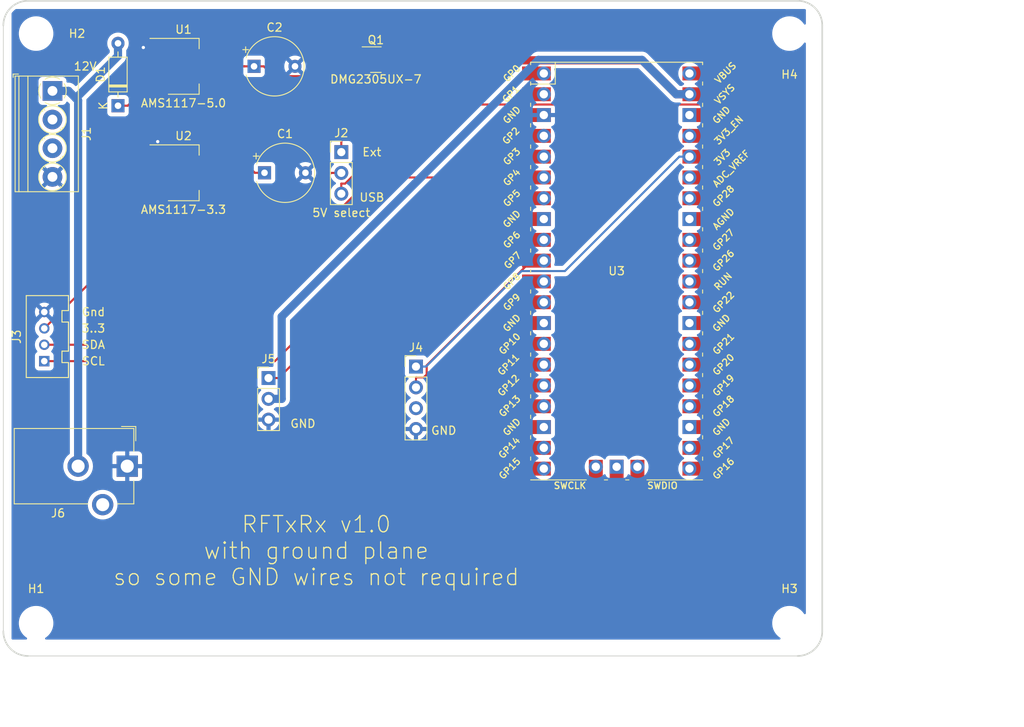
<source format=kicad_pcb>
(kicad_pcb (version 20211014) (generator pcbnew)
  (layers (0 "F.Cu" signal) (31 "B.Cu" signal) (34 "B.Paste" user) (35 "F.Paste" user) (36 "B.SilkS" user "B.Silkscreen") (37 "F.SilkS" user "F.Silkscreen") (38 "B.Mask" user) (39 "F.Mask" user) (44 "Edge.Cuts" user))
  (net 0 "")
  (net 1 "/5V")
  (net 4 "/12V")
  (net 5 "/5Vopt")
  (net 6 "/VBUS")
  (net 7 "/VSYS")
  (net 13 "/+12V")
  (net 14 "Net-(U3-Pad36)")
  (net 39 "Net-(J4-Pad2)")
  (net 45 "/3V3")
  (net 46 "/SDA")
  (net 47 "/SCL")
  (net 48 "Net-(J5-Pad1)")
  (net 49 "GND")
  (footprint "MountingHole:MountingHole_3.2mm_M3" (layer "F.Cu") (at 196 96)
    (fp_text reference "H3" (at 0 -4.2) (layer "F.SilkS"))
    (fp_text value "MountingHole" hide)
    (pad "" np_thru_hole circle (at 0 0) (size 3.2 3.2) (drill 3.2) (layers *.Cu *.Mask))
  )
  (footprint "Package_TO_SOT_SMD:SOT-23" (layer "F.Cu") (at 145.4886 27.1815)
    (fp_text reference "Q1" (at 0 -2.4) (layer "F.SilkS"))
    (fp_text value "DMG2305UX-7" (at 0 2.4) (layer "F.SilkS"))
    (fp_line (start 0 -1.56) (end 0.65 -1.56) (layer "F.SilkS") (width 0.12))
    (fp_line (start 0 -1.56) (end -1.675 -1.56) (layer "F.SilkS") (width 0.12))
    (fp_line (start 0 1.56) (end -0.65 1.56) (layer "F.SilkS") (width 0.12))
    (fp_line (start 0 1.56) (end 0.65 1.56) (layer "F.SilkS") (width 0.12))
    (pad "1" smd roundrect (at -0.9375 -0.95) (size 1.475 0.6) (layers "F.Cu" "F.Paste" "F.Mask") (net 6 "/VBUS"))
    (pad "2" smd roundrect (at -0.9375 0.95) (size 1.475 0.6) (layers "F.Cu" "F.Paste" "F.Mask") (net 7 "/VSYS"))
    (pad "3" smd roundrect (at 0.9375 0) (size 1.475 0.6) (layers "F.Cu" "F.Paste" "F.Mask") (net 1 "/5V"))
  )
  (footprint "Package_TO_SOT_SMD:SOT-223-3_TabPin2" (layer "F.Cu") (at 122 41)
    (fp_text reference "U2" (at 0 -4.5) (layer "F.SilkS"))
    (fp_text value "AMS1117-3.3" (at 0 4.5) (layer "F.SilkS"))
    (fp_line (start 1.91 3.41) (end 1.91 2.15) (layer "F.SilkS") (width 0.12))
    (fp_line (start -4.1 -3.41) (end 1.91 -3.41) (layer "F.SilkS") (width 0.12))
    (fp_line (start 1.91 -3.41) (end 1.91 -2.15) (layer "F.SilkS") (width 0.12))
    (fp_line (start -1.85 3.41) (end 1.91 3.41) (layer "F.SilkS") (width 0.12))
    (pad "1" smd rect (at -3.15 -2.3) (size 2 1.5) (layers "F.Cu" "F.Paste" "F.Mask") (net 49 "GND"))
    (pad "2" smd rect (at -3.15 0) (size 2 1.5) (layers "F.Cu" "F.Paste" "F.Mask") (net 45 "/3V3"))
    (pad "2" smd rect (at 3.15 0) (size 2 3.8) (layers "F.Cu" "F.Paste" "F.Mask") (net 45 "/3V3"))
    (pad "3" smd rect (at -3.15 2.3) (size 2 1.5) (layers "F.Cu" "F.Paste" "F.Mask") (net 5 "/5Vopt"))
  )
  (footprint "Connector_PinHeader_2.54mm:PinHeader_1x04_P2.54mm_Vertical" (layer "F.Cu") (at 150.3882 64.6652)
    (fp_text reference "J4" (at 0 -2.33) (layer "F.SilkS"))
    (fp_text value "Receiver")
    (fp_line (start -1.33 0) (end -1.33 -1.33) (layer "F.SilkS") (width 0.12))
    (fp_line (start 1.33 1.27) (end 1.33 8.95) (layer "F.SilkS") (width 0.12))
    (fp_line (start -1.33 1.27) (end -1.33 8.95) (layer "F.SilkS") (width 0.12))
    (fp_line (start -1.33 -1.33) (end 0 -1.33) (layer "F.SilkS") (width 0.12))
    (fp_line (start -1.33 8.95) (end 1.33 8.95) (layer "F.SilkS") (width 0.12))
    (fp_line (start -1.33 1.27) (end 1.33 1.27) (layer "F.SilkS") (width 0.12))
    (pad "1" thru_hole rect (at 0 0) (size 1.7 1.7) (drill 1) (layers *.Cu *.Mask) (net 14 "Net-(U3-Pad36)"))
    (pad "2" thru_hole oval (at 0 2.54) (size 1.7 1.7) (drill 1) (layers *.Cu *.Mask) (net 39 "Net-(J4-Pad2)"))
    (pad "3" thru_hole oval (at 0 5.08) (size 1.7 1.7) (drill 1) (layers *.Cu *.Mask))
    (pad "4" thru_hole oval (at 0 7.62) (size 1.7 1.7) (drill 1) (layers *.Cu *.Mask) (net 49 "GND"))
  )
  (footprint "Connector_PinHeader_2.54mm:PinHeader_1x03_P2.54mm_Vertical" (layer "F.Cu") (at 132.3851 66.0647)
    (fp_text reference "J5" (at 0 -2.33) (layer "F.SilkS"))
    (fp_text value "Transmitter")
    (fp_line (start 1.33 1.27) (end 1.33 6.41) (layer "F.SilkS") (width 0.12))
    (fp_line (start -1.33 0) (end -1.33 -1.33) (layer "F.SilkS") (width 0.12))
    (fp_line (start -1.33 1.27) (end -1.33 6.41) (layer "F.SilkS") (width 0.12))
    (fp_line (start -1.33 6.41) (end 1.33 6.41) (layer "F.SilkS") (width 0.12))
    (fp_line (start -1.33 1.27) (end 1.33 1.27) (layer "F.SilkS") (width 0.12))
    (fp_line (start -1.33 -1.33) (end 0 -1.33) (layer "F.SilkS") (width 0.12))
    (pad "1" thru_hole rect (at 0 0) (size 1.7 1.7) (drill 1) (layers *.Cu *.Mask) (net 48 "Net-(J5-Pad1)"))
    (pad "2" thru_hole oval (at 0 2.54) (size 1.7 1.7) (drill 1) (layers *.Cu *.Mask) (net 7 "/VSYS"))
    (pad "3" thru_hole oval (at 0 5.08) (size 1.7 1.7) (drill 1) (layers *.Cu *.Mask) (net 49 "GND"))
  )
  (footprint "Diode_THT:D_DO-35_SOD27_P7.62mm_Horizontal" (layer "F.Cu") (at 114 32.81 90)
    (fp_text reference "D1" (at 3.81 -2.12 90) (layer "F.SilkS"))
    (fp_text value "1N4148")
    (fp_text user "K" (at 0 -1.8 90) (layer "F.SilkS"))
    (fp_line (start 5.93 1.12) (end 5.93 -1.12) (layer "F.SilkS") (width 0.12))
    (fp_line (start 5.93 -1.12) (end 1.69 -1.12) (layer "F.SilkS") (width 0.12))
    (fp_line (start 1.69 -1.12) (end 1.69 1.12) (layer "F.SilkS") (width 0.12))
    (fp_line (start 2.29 -1.12) (end 2.29 1.12) (layer "F.SilkS") (width 0.12))
    (fp_line (start 2.53 -1.12) (end 2.53 1.12) (layer "F.SilkS") (width 0.12))
    (fp_line (start 1.69 1.12) (end 5.93 1.12) (layer "F.SilkS") (width 0.12))
    (fp_line (start 1.04 0) (end 1.69 0) (layer "F.SilkS") (width 0.12))
    (fp_line (start 2.41 -1.12) (end 2.41 1.12) (layer "F.SilkS") (width 0.12))
    (fp_line (start 6.58 0) (end 5.93 0) (layer "F.SilkS") (width 0.12))
    (pad "1" thru_hole rect (at 0 0 90) (size 1.6 1.6) (drill 0.8) (layers *.Cu *.Mask) (net 4 "/12V"))
    (pad "2" thru_hole oval (at 7.62 0 90) (size 1.6 1.6) (drill 0.8) (layers *.Cu *.Mask) (net 13 "/+12V"))
  )
  (footprint "OPL_Connector:HW4-2.0" (layer "F.Cu") (at 105 61 90)
    (fp_text reference "J3" (at -0.025 -3.375 90) (layer "F.SilkS"))
    (fp_text value "Grove 2mm")
    (fp_line (start -4.99872 -2.19964) (end -4.99872 2.95) (layer "F.SilkS") (width 0.127))
    (fp_line (start -4.99872 -2.19964) (end 4.99872 -2.19964) (layer "F.SilkS") (width 0.127))
    (fp_line (start -3.175 2.95) (end -3.175 2.159) (layer "F.SilkS") (width 0.127))
    (fp_line (start 1.775 2.95) (end 1.775 2.159) (layer "F.SilkS") (width 0.127))
    (fp_line (start 5 2.95) (end 5 -2.19964) (layer "F.SilkS") (width 0.127))
    (fp_line (start -5.00086 2.95) (end -3.2 2.95) (layer "F.SilkS") (width 0.127))
    (fp_line (start 1.778 2.159) (end 3.175 2.159) (layer "F.SilkS") (width 0.127))
    (fp_line (start -1.781 2.95) (end 1.775 2.95) (layer "F.SilkS") (width 0.127))
    (fp_line (start 3.175 2.159) (end 3.175 2.95) (layer "F.SilkS") (width 0.127))
    (fp_line (start -1.778 2.159) (end -1.778 2.95) (layer "F.SilkS") (width 0.127))
    (fp_line (start 3.175 2.95) (end 5 2.95) (layer "F.SilkS") (width 0.127))
    (fp_line (start -4.99872 -0.99822) (end -4.99872 0.99822) (layer "F.SilkS") (width 0.127))
    (fp_line (start -3.175 2.159) (end -1.778 2.159) (layer "F.SilkS") (width 0.127))
    (pad "1" thru_hole rect locked (at -2.99974 0 90) (size 1.27 1.27) (drill 0.79756) (layers *.Cu *.Mask) (net 47 "/SCL"))
    (pad "2" thru_hole circle locked (at -0.99822 0 90) (size 1.27 1.27) (drill 0.79756) (layers *.Cu *.Mask) (net 46 "/SDA"))
    (pad "3" thru_hole circle locked (at 0.99822 0 90) (size 1.27 1.27) (drill 0.79756) (layers *.Cu *.Mask) (net 45 "/3V3"))
    (pad "4" thru_hole circle locked (at 2.99974 0 90) (size 1.27 1.27) (drill 0.79756) (layers *.Cu *.Mask) (net 49 "GND"))
  )
  (footprint "Capacitor_THT:CP_Radial_Tantal_D7.0mm_P5.00mm" (layer "F.Cu") (at 131.8924 41)
    (fp_text reference "C1" (at 2.5 -4.75) (layer "F.SilkS"))
    (fp_text value "22uF")
    (fp_line (start -1.374723 -2.035) (end -0.674723 -2.035) (layer "F.SilkS") (width 0.12))
    (fp_line (start -1.024723 -2.385) (end -1.024723 -1.685) (layer "F.SilkS") (width 0.12))
    (fp_arc (start -0.961329 -1.06) (mid 6.12 0) (end -0.961329 1.06) (layer "F.SilkS") (width 0.12))
    (pad "1" thru_hole rect (at 0 0) (size 1.6 1.6) (drill 0.8) (layers *.Cu *.Mask) (net 45 "/3V3"))
    (pad "2" thru_hole circle (at 5 0) (size 1.6 1.6) (drill 0.8) (layers *.Cu *.Mask) (net 49 "GND"))
  )
  (footprint "MountingHole:MountingHole_3.2mm_M3" (layer "F.Cu") (at 104 96)
    (fp_text reference "H1" (at 0 -4.2) (layer "F.SilkS"))
    (fp_text value "MountingHole" hide)
    (pad "" np_thru_hole circle (at 0 0) (size 3.2 3.2) (drill 3.2) (layers *.Cu *.Mask))
  )
  (footprint "MountingHole:MountingHole_3.2mm_M3" (layer "F.Cu") (at 196 24)
    (fp_text reference "H4" (at 0 5) (layer "F.SilkS"))
    (fp_text value "MountingHole" hide)
    (pad "" np_thru_hole circle (at 0 0) (size 3.2 3.2) (drill 3.2) (layers *.Cu *.Mask))
  )
  (footprint "MCU_RaspberryPi_and_Boards:RP2040Pico" (layer "F.Cu") (at 174.89 53)
    (fp_text reference "U3" (at 0 0) (layer "F.SilkS"))
    (fp_text value "Pico")
    (fp_text user "GND" (at -12.8 19.05 45) (layer "F.SilkS") (effects (font (size 0.8 0.8))))
    (fp_text user "GND" (at 12.8 -19.05 45) (layer "F.SilkS") (effects (font (size 0.8 0.8))))
    (fp_text user "VSYS" (at 13.2 -21.59 45) (layer "F.SilkS") (effects (font (size 0.8 0.8))))
    (fp_text user "GND" (at 12.8 19.05 45) (layer "F.SilkS") (effects (font (size 0.8 0.8))))
    (fp_text user "GP18" (at 13.054 16.51 45) (layer "F.SilkS") (effects (font (size 0.8 0.8))))
    (fp_text user "GP19" (at 13.054 13.97 45) (layer "F.SilkS") (effects (font (size 0.8 0.8))))
    (fp_text user "GP5" (at -12.8 -8.89 45) (layer "F.SilkS") (effects (font (size 0.8 0.8))))
    (fp_text user "GP20" (at 13.054 11.43 45) (layer "F.SilkS") (effects (font (size 0.8 0.8))))
    (fp_text user "AGND" (at 13.054 -6.35 45) (layer "F.SilkS") (effects (font (size 0.8 0.8))))
    (fp_text user "GP1" (at -12.9 -21.6 45) (layer "F.SilkS") (effects (font (size 0.8 0.8))))
    (fp_text user "GP14" (at -13.1 21.59 45) (layer "F.SilkS") (effects (font (size 0.8 0.8))))
    (fp_text user "GP15" (at -13.054 24.13 45) (layer "F.SilkS") (effects (font (size 0.8 0.8))))
    (fp_text user "RUN" (at 13 1.27 45) (layer "F.SilkS") (effects (font (size 0.8 0.8))))
    (fp_text user "ADC_VREF" (at 14 -12.5 45) (layer "F.SilkS") (effects (font (size 0.8 0.8))))
    (fp_text user "GP28" (at 13.054 -9.144 45) (layer "F.SilkS") (effects (font (size 0.8 0.8))))
    (fp_text user "SWDIO" (at 5.6 26.2) (layer "F.SilkS") (effects (font (size 0.8 0.8))))
    (fp_text user "GP12" (at -13.2 13.97 45) (layer "F.SilkS") (effects (font (size 0.8 0.8))))
    (fp_text user "GP7" (at -12.7 -1.3 45) (layer "F.SilkS") (effects (font (size 0.8 0.8))))
    (fp_text user "GND" (at 12.8 6.35 45) (layer "F.SilkS") (effects (font (size 0.8 0.8))))
    (fp_text user "GND" (at -12.8 6.35 45) (layer "F.SilkS") (effects (font (size 0.8 0.8))))
    (fp_text user "GND" (at -12.8 -6.35 45) (layer "F.SilkS") (effects (font (size 0.8 0.8))))
    (fp_text user "GP26" (at 13.054 -1.27 45) (layer "F.SilkS") (effects (font (size 0.8 0.8))))
    (fp_text user "SWCLK" (at -5.7 26.2) (layer "F.SilkS") (effects (font (size 0.8 0.8))))
    (fp_text user "GP27" (at 13.054 -3.8 45) (layer "F.SilkS") (effects (font (size 0.8 0.8))))
    (fp_text user "GP4" (at -12.8 -11.43 45) (layer "F.SilkS") (effects (font (size 0.8 0.8))))
    (fp_text user "GP16" (at 13.054 24.13 45) (layer "F.SilkS") (effects (font (size 0.8 0.8))))
    (fp_text user "GP11" (at -13.2 11.43 45) (layer "F.SilkS") (effects (font (size 0.8 0.8))))
    (fp_text user "GND" (at -12.8 -19.05 45) (layer "F.SilkS") (effects (font (size 0.8 0.8))))
    (fp_text user "3V3_EN" (at 13.7 -17.2 45) (layer "F.SilkS") (effects (font (size 0.8 0.8))))
    (fp_text user "GP13" (at -13.054 16.51 45) (layer "F.SilkS") (effects (font (size 0.8 0.8))))
    (fp_text user "GP22" (at 13.054 3.81 45) (layer "F.SilkS") (effects (font (size 0.8 0.8))))
    (fp_text user "GP2" (at -12.9 -16.51 45) (layer "F.SilkS") (effects (font (size 0.8 0.8))))
    (fp_text user "GP6" (at -12.8 -3.81 45) (layer "F.SilkS") (effects (font (size 0.8 0.8))))
    (fp_text user "GP8" (at -12.8 1.27 45) (layer "F.SilkS") (effects (font (size 0.8 0.8))))
    (fp_text user "GP9" (at -12.8 3.81 45) (layer "F.SilkS") (effects (font (size 0.8 0.8))))
    (fp_text user "GP10" (at -13.054 8.89 45) (layer "F.SilkS") (effects (font (size 0.8 0.8))))
    (fp_text user "VBUS" (at 13.3 -24.2 45) (layer "F.SilkS") (effects (font (size 0.8 0.8))))
    (fp_text user "3V3" (at 12.9 -13.9 45) (layer "F.SilkS") (effects (font (size 0.8 0.8))))
    (fp_text user "GP21" (at 13.054 8.9 45) (layer "F.SilkS") (effects (font (size 0.8 0.8))))
    (fp_text user "GP0" (at -12.8 -24.13 45) (layer "F.SilkS") (effects (font (size 0.8 0.8))))
    (fp_text user "GP3" (at -12.8 -13.97 45) (layer "F.SilkS") (effects (font (size 0.8 0.8))))
    (fp_text user "GP17" (at 13.054 21.59 45) (layer "F.SilkS") (effects (font (size 0.8 0.8))))
    (fp_line (start -10.5 -25.5) (end -10.5 -25.2) (layer "F.SilkS") (width 0.12))
    (fp_line (start 1.1 25.5) (end 1.5 25.5) (layer "F.SilkS") (width 0.12))
    (fp_line (start -10.5 -12.9) (end -10.5 -12.5) (layer "F.SilkS") (width 0.12))
    (fp_line (start -10.5 -15.4) (end -10.5 -15) (layer "F.SilkS") (width 0.12))
    (fp_line (start -10.5 2.3) (end -10.5 2.7) (layer "F.SilkS") (width 0.12))
    (fp_line (start 10.5 -5.3) (end 10.5 -4.9) (layer "F.SilkS") (width 0.12))
    (fp_line (start 10.5 25.5) (end 3.7 25.5) (layer "F.SilkS") (width 0.12))
    (fp_line (start -10.5 -7.8) (end -10.5 -7.4) (layer "F.SilkS") (width 0.12))
    (fp_line (start 10.5 10) (end 10.5 10.4) (layer "F.SilkS") (width 0.12))
    (fp_line (start 10.5 -18) (end 10.5 -17.6) (layer "F.SilkS") (width 0.12))
    (fp_line (start 10.5 15.1) (end 10.5 15.5) (layer "F.SilkS") (width 0.12))
    (fp_line (start 10.5 4.9) (end 10.5 5.3) (layer "F.SilkS") (width 0.12))
    (fp_line (start -10.5 -25.5) (end 10.5 -25.5) (layer "F.SilkS") (width 0.12))
    (fp_line (start -10.5 7.4) (end -10.5 7.8) (layer "F.SilkS") (width 0.12))
    (fp_line (start 10.5 22.7) (end 10.5 23.1) (layer "F.SilkS") (width 0.12))
    (fp_line (start -10.5 -20.5) (end -10.5 -20.1) (layer "F.SilkS") (width 0.12))
    (fp_line (start -10.5 17.6) (end -10.5 18) (layer "F.SilkS") (width 0.12))
    (fp_line (start 10.5 -2.7) (end 10.5 -2.3) (layer "F.SilkS") (width 0.12))
    (fp_line (start -10.5 -18) (end -10.5 -17.6) (layer "F.SilkS") (width 0.12))
    (fp_line (start 10.5 -0.2) (end 10.5 0.2) (layer "F.SilkS") (width 0.12))
    (fp_line (start 10.5 12.5) (end 10.5 12.9) (layer "F.SilkS") (width 0.12))
    (fp_line (start -1.5 25.5) (end -1.1 25.5) (layer "F.SilkS") (width 0.12))
    (fp_line (start 10.5 7.4) (end 10.5 7.8) (layer "F.SilkS") (width 0.12))
    (fp_line (start 10.5 2.3) (end 10.5 2.7) (layer "F.SilkS") (width 0.12))
    (fp_line (start -7.493 -22.833) (end -7.493 -25.5) (layer "F.SilkS") (width 0.12))
    (fp_line (start 10.5 -25.5) (end 10.5 -25.2) (layer "F.SilkS") (width 0.12))
    (fp_line (start -10.5 22.7) (end -10.5 23.1) (layer "F.SilkS") (width 0.12))
    (fp_line (start 10.5 -20.5) (end 10.5 -20.1) (layer "F.SilkS") (width 0.12))
    (fp_line (start -10.5 -5.3) (end -10.5 -4.9) (layer "F.SilkS") (width 0.12))
    (fp_line (start -10.5 -2.7) (end -10.5 -2.3) (layer "F.SilkS") (width 0.12))
    (fp_line (start -10.5 12.5) (end -10.5 12.9) (layer "F.SilkS") (width 0.12))
    (fp_line (start -10.5 15.1) (end -10.5 15.5) (layer "F.SilkS") (width 0.12))
    (fp_line (start 10.5 17.6) (end 10.5 18) (layer "F.SilkS") (width 0.12))
    (fp_line (start 10.5 -15.4) (end 10.5 -15) (layer "F.SilkS") (width 0.12))
    (fp_line (start -10.5 10) (end -10.5 10.4) (layer "F.SilkS") (width 0.12))
    (fp_line (start 10.5 -23.1) (end 10.5 -22.7) (layer "F.SilkS") (width 0.12))
    (fp_line (start 10.5 -10.4) (end 10.5 -10) (layer "F.SilkS") (width 0.12))
    (fp_line (start -10.5 -23.1) (end -10.5 -22.7) (layer "F.SilkS") (width 0.12))
    (fp_line (start -10.5 -10.4) (end -10.5 -10) (layer "F.SilkS") (width 0.12))
    (fp_line (start -10.5 20.1) (end -10.5 20.5) (layer "F.SilkS") (width 0.12))
    (fp_line (start -10.5 4.9) (end -10.5 5.3) (layer "F.SilkS") (width 0.12))
    (fp_line (start 10.5 -7.8) (end 10.5 -7.4) (layer "F.SilkS") (width 0.12))
    (fp_line (start -10.5 -0.2) (end -10.5 0.2) (layer "F.SilkS") (width 0.12))
    (fp_line (start 10.5 -12.9) (end 10.5 -12.5) (layer "F.SilkS") (width 0.12))
    (fp_line (start -3.7 25.5) (end -10.5 25.5) (layer "F.SilkS") (width 0.12))
    (fp_line (start -10.5 -22.833) (end -7.493 -22.833) (layer "F.SilkS") (width 0.12))
    (fp_line (start 10.5 20.1) (end 10.5 20.5) (layer "F.SilkS") (width 0.12))
    (pad "1" thru_hole oval (at -8.89 -24.13) (size 1.7 1.7) (drill 1.02) (layers *.Cu *.Mask))
    (pad "1" smd rect (at -8.89 -24.13) (size 3.5 1.7) (drill (offset -0.9 0)) (layers "F.Cu" "F.Mask"))
    (pad "2" thru_hole oval (at -8.89 -21.59) (size 1.7 1.7) (drill 1.02) (layers *.Cu *.Mask))
    (pad "2" smd rect (at -8.89 -21.59) (size 3.5 1.7) (drill (offset -0.9 0)) (layers "F.Cu" "F.Mask"))
    (pad "3" smd rect (at -8.89 -19.05) (size 3.5 1.7) (drill (offset -0.9 0)) (layers "F.Cu" "F.Mask") (net 49 "GND"))
    (pad "3" thru_hole rect (at -8.89 -19.05) (size 1.7 1.7) (drill 1.02) (layers *.Cu *.Mask) (net 49 "GND"))
    (pad "4" smd rect (at -8.89 -16.51) (size 3.5 1.7) (drill (offset -0.9 0)) (layers "F.Cu" "F.Mask"))
    (pad "4" thru_hole oval (at -8.89 -16.51) (size 1.7 1.7) (drill 1.02) (layers *.Cu *.Mask))
    (pad "5" smd rect (at -8.89 -13.97) (size 3.5 1.7) (drill (offset -0.9 0)) (layers "F.Cu" "F.Mask"))
    (pad "5" thru_hole oval (at -8.89 -13.97) (size 1.7 1.7) (drill 1.02) (layers *.Cu *.Mask))
    (pad "6" smd rect (at -8.89 -11.43) (size 3.5 1.7) (drill (offset -0.9 0)) (layers "F.Cu" "F.Mask") (net 46 "/SDA"))
    (pad "6" thru_hole oval (at -8.89 -11.43) (size 1.7 1.7) (drill 1.02) (layers *.Cu *.Mask) (net 46 "/SDA"))
    (pad "7" thru_hole oval (at -8.89 -8.89) (size 1.7 1.7) (drill 1.02) (layers *.Cu *.Mask) (net 47 "/SCL"))
    (pad "7" smd rect (at -8.89 -8.89) (size 3.5 1.7) (drill (offset -0.9 0)) (layers "F.Cu" "F.Mask") (net 47 "/SCL"))
    (pad "8" smd rect (at -8.89 -6.35) (size 3.5 1.7) (drill (offset -0.9 0)) (layers "F.Cu" "F.Mask"))
    (pad "8" thru_hole rect (at -8.89 -6.35) (size 1.7 1.7) (drill 1.02) (layers *.Cu *.Mask))
    (pad "9" smd rect (at -8.89 -3.81) (size 3.5 1.7) (drill (offset -0.9 0)) (layers "F.Cu" "F.Mask") (net 48 "Net-(J5-Pad1)"))
    (pad "9" thru_hole oval (at -8.89 -3.81) (size 1.7 1.7) (drill 1.02) (layers *.Cu *.Mask) (net 48 "Net-(J5-Pad1)"))
    (pad "10" smd rect (at -8.89 -1.27) (size 3.5 1.7) (drill (offset -0.9 0)) (layers "F.Cu" "F.Mask") (net 39 "Net-(J4-Pad2)"))
    (pad "10" thru_hole oval (at -8.89 -1.27) (size 1.7 1.7) (drill 1.02) (layers *.Cu *.Mask) (net 39 "Net-(J4-Pad2)"))
    (pad "11" smd rect (at -8.89 1.27) (size 3.5 1.7) (drill (offset -0.9 0)) (layers "F.Cu" "F.Mask"))
    (pad "11" thru_hole oval (at -8.89 1.27) (size 1.7 1.7) (drill 1.02) (layers *.Cu *.Mask))
    (pad "12" thru_hole oval (at -8.89 3.81) (size 1.7 1.7) (drill 1.02) (layers *.Cu *.Mask))
    (pad "12" smd rect (at -8.89 3.81) (size 3.5 1.7) (drill (offset -0.9 0)) (layers "F.Cu" "F.Mask"))
    (pad "13" smd rect (at -8.89 6.35) (size 3.5 1.7) (drill (offset -0.9 0)) (layers "F.Cu" "F.Mask"))
    (pad "13" thru_hole rect (at -8.89 6.35) (size 1.7 1.7) (drill 1.02) (layers *.Cu *.Mask))
    (pad "14" thru_hole oval (at -8.89 8.89) (size 1.7 1.7) (drill 1.02) (layers *.Cu *.Mask))
    (pad "14" smd rect (at -8.89 8.89) (size 3.5 1.7) (drill (offset -0.9 0)) (layers "F.Cu" "F.Mask"))
    (pad "15" thru_hole oval (at -8.89 11.43) (size 1.7 1.7) (drill 1.02) (layers *.Cu *.Mask))
    (pad "15" smd rect (at -8.89 11.43) (size 3.5 1.7) (drill (offset -0.9 0)) (layers "F.Cu" "F.Mask"))
    (pad "16" thru_hole oval (at -8.89 13.97) (size 1.7 1.7) (drill 1.02) (layers *.Cu *.Mask))
    (pad "16" smd rect (at -8.89 13.97) (size 3.5 1.7) (drill (offset -0.9 0)) (layers "F.Cu" "F.Mask"))
    (pad "17" smd rect (at -8.89 16.51) (size 3.5 1.7) (drill (offset -0.9 0)) (layers "F.Cu" "F.Mask"))
    (pad "17" thru_hole oval (at -8.89 16.51) (size 1.7 1.7) (drill 1.02) (layers *.Cu *.Mask))
    (pad "18" smd rect (at -8.89 19.05) (size 3.5 1.7) (drill (offset -0.9 0)) (layers "F.Cu" "F.Mask"))
    (pad "18" thru_hole rect (at -8.89 19.05) (size 1.7 1.7) (drill 1.02) (layers *.Cu *.Mask))
    (pad "19" thru_hole oval (at -8.89 21.59) (size 1.7 1.7) (drill 1.02) (layers *.Cu *.Mask))
    (pad "19" smd rect (at -8.89 21.59) (size 3.5 1.7) (drill (offset -0.9 0)) (layers "F.Cu" "F.Mask"))
    (pad "20" smd rect (at -8.89 24.13) (size 3.5 1.7) (drill (offset -0.9 0)) (layers "F.Cu" "F.Mask"))
    (pad "20" thru_hole oval (at -8.89 24.13) (size 1.7 1.7) (drill 1.02) (layers *.Cu *.Mask))
    (pad "21" smd rect (at 8.89 24.13) (size 3.5 1.7) (drill (offset 0.9 0)) (layers "F.Cu" "F.Mask"))
    (pad "21" thru_hole oval (at 8.89 24.13) (size 1.7 1.7) (drill 1.02) (layers *.Cu *.Mask))
    (pad "22" thru_hole oval (at 8.89 21.59) (size 1.7 1.7) (drill 1.02) (layers *.Cu *.Mask))
    (pad "22" smd rect (at 8.89 21.59) (size 3.5 1.7) (drill (offset 0.9 0)) (layers "F.Cu" "F.Mask"))
    (pad "23" smd rect (at 8.89 19.05) (size 3.5 1.7) (drill (offset 0.9 0)) (layers "F.Cu" "F.Mask"))
    (pad "23" thru_hole rect (at 8.89 19.05) (size 1.7 1.7) (drill 1.02) (layers *.Cu *.Mask))
    (pad "24" smd rect (at 8.89 16.51) (size 3.5 1.7) (drill (offset 0.9 0)) (layers "F.Cu" "F.Mask"))
    (pad "24" thru_hole oval (at 8.89 16.51) (size 1.7 1.7) (drill 1.02) (layers *.Cu *.Mask))
    (pad "25" smd rect (at 8.89 13.97) (size 3.5 1.7) (drill (offset 0.9 0)) (layers "F.Cu" "F.Mask"))
    (pad "25" thru_hole oval (at 8.89 13.97) (size 1.7 1.7) (drill 1.02) (layers *.Cu *.Mask))
    (pad "26" smd rect (at 8.89 11.43) (size 3.5 1.7) (drill (offset 0.9 0)) (layers "F.Cu" "F.Mask"))
    (pad "26" thru_hole oval (at 8.89 11.43) (size 1.7 1.7) (drill 1.02) (layers *.Cu *.Mask))
    (pad "27" smd rect (at 8.89 8.89) (size 3.5 1.7) (drill (offset 0.9 0)) (layers "F.Cu" "F.Mask"))
    (pad "27" thru_hole oval (at 8.89 8.89) (size 1.7 1.7) (drill 1.02) (layers *.Cu *.Mask))
    (pad "28" thru_hole rect (at 8.89 6.35) (size 1.7 1.7) (drill 1.02) (layers *.Cu *.Mask))
    (pad "28" smd rect (at 8.89 6.35) (size 3.5 1.7) (drill (offset 0.9 0)) (layers "F.Cu" "F.Mask"))
    (pad "29" smd rect (at 8.89 3.81) (size 3.5 1.7) (drill (offset 0.9 0)) (layers "F.Cu" "F.Mask"))
    (pad "29" thru_hole oval (at 8.89 3.81) (size 1.7 1.7) (drill 1.02) (layers *.Cu *.Mask))
    (pad "30" thru_hole oval (at 8.89 1.27) (size 1.7 1.7) (drill 1.02) (layers *.Cu *.Mask))
    (pad "30" smd rect (at 8.89 1.27) (size 3.5 1.7) (drill (offset 0.9 0)) (layers "F.Cu" "F.Mask"))
    (pad "31" smd rect (at 8.89 -1.27) (size 3.5 1.7) (drill (offset 0.9 0)) (layers "F.Cu" "F.Mask"))
    (pad "31" thru_hole oval (at 8.89 -1.27) (size 1.7 1.7) (drill 1.02) (layers *.Cu *.Mask))
    (pad "32" smd rect (at 8.89 -3.81) (size 3.5 1.7) (drill (offset 0.9 0)) (layers "F.Cu" "F.Mask"))
    (pad "32" thru_hole oval (at 8.89 -3.81) (size 1.7 1.7) (drill 1.02) (layers *.Cu *.Mask))
    (pad "33" thru_hole rect (at 8.89 -6.35) (size 1.7 1.7) (drill 1.02) (layers *.Cu *.Mask))
    (pad "33" smd rect (at 8.89 -6.35) (size 3.5 1.7) (drill (offset 0.9 0)) (layers "F.Cu" "F.Mask"))
    (pad "34" smd rect (at 8.89 -8.89) (size 3.5 1.7) (drill (offset 0.9 0)) (layers "F.Cu" "F.Mask"))
    (pad "34" thru_hole oval (at 8.89 -8.89) (size 1.7 1.7) (drill 1.02) (layers *.Cu *.Mask))
    (pad "35" thru_hole oval (at 8.89 -11.43) (size 1.7 1.7) (drill 1.02) (layers *.Cu *.Mask))
    (pad "35" smd rect (at 8.89 -11.43) (size 3.5 1.7) (drill (offset 0.9 0)) (layers "F.Cu" "F.Mask"))
    (pad "36" thru_hole oval (at 8.89 -13.97) (size 1.7 1.7) (drill 1.02) (layers *.Cu *.Mask) (net 14 "Net-(U3-Pad36)"))
    (pad "36" smd rect (at 8.89 -13.97) (size 3.5 1.7) (drill (offset 0.9 0)) (layers "F.Cu" "F.Mask") (net 14 "Net-(U3-Pad36)"))
    (pad "37" thru_hole oval (at 8.89 -16.51) (size 1.7 1.7) (drill 1.02) (layers *.Cu *.Mask))
    (pad "37" smd rect (at 8.89 -16.51) (size 3.5 1.7) (drill (offset 0.9 0)) (layers "F.Cu" "F.Mask"))
    (pad "38" thru_hole rect (at 8.89 -19.05) (size 1.7 1.7) (drill 1.02) (layers *.Cu *.Mask))
    (pad "38" smd rect (at 8.89 -19.05) (size 3.5 1.7) (drill (offset 0.9 0)) (layers "F.Cu" "F.Mask"))
    (pad "39" smd rect (at 8.89 -21.59) (size 3.5 1.7) (drill (offset 0.9 0)) (layers "F.Cu" "F.Mask") (net 7 "/VSYS"))
    (pad "39" thru_hole oval (at 8.89 -21.59) (size 1.7 1.7) (drill 1.02) (layers *.Cu *.Mask) (net 7 "/VSYS"))
    (pad "40" smd rect (at 8.89 -24.13) (size 3.5 1.7) (drill (offset 0.9 0)) (layers "F.Cu" "F.Mask") (net 6 "/VBUS"))
    (pad "40" thru_hole oval (at 8.89 -24.13) (size 1.7 1.7) (drill 1.02) (layers *.Cu *.Mask) (net 6 "/VBUS"))
    (pad "41" smd rect (at -2.54 23.9 90) (size 3.5 1.7) (drill (offset -0.9 0)) (layers "F.Cu" "F.Mask"))
    (pad "41" thru_hole oval (at -2.54 23.9) (size 1.7 1.7) (drill 1.02) (layers *.Cu *.Mask))
    (pad "42" smd rect (at 0 23.9 90) (size 3.5 1.7) (drill (offset -0.9 0)) (layers "F.Cu" "F.Mask"))
    (pad "42" thru_hole rect (at 0 23.9) (size 1.7 1.7) (drill 1.02) (layers *.Cu *.Mask))
    (pad "43" smd rect (at 2.54 23.9 90) (size 3.5 1.7) (drill (offset -0.9 0)) (layers "F.Cu" "F.Mask"))
    (pad "43" thru_hole oval (at 2.54 23.9) (size 1.7 1.7) (drill 1.02) (layers *.Cu *.Mask))
  )
  (footprint "MountingHole:MountingHole_3.2mm_M3" (layer "F.Cu") (at 104 24)
    (fp_text reference "H2" (at 5 0) (layer "F.SilkS"))
    (fp_text value "MountingHole" hide)
    (pad "" np_thru_hole circle (at 0 0) (size 3.2 3.2) (drill 3.2) (layers F&B.Cu *.Mask))
  )
  (footprint "Connector_BarrelJack:BarrelJack_CUI_PJ-102AH_Horizontal" (layer "F.Cu") (at 115.1305 76.8243 -90)
    (fp_text reference "J6" (at 5.75 8.45) (layer "F.SilkS"))
    (fp_text value "Barrel_Jack")
    (fp_line (start 4.6 4.8) (end 4.6 13.8) (layer "F.SilkS") (width 0.12))
    (fp_line (start 1.8 -0.8) (end 4.6 -0.8) (layer "F.SilkS") (width 0.12))
    (fp_line (start 4.6 13.8) (end -4.6 13.8) (layer "F.SilkS") (width 0.12))
    (fp_line (start -4.6 -0.8) (end -1.8 -0.8) (layer "F.SilkS") (width 0.12))
    (fp_line (start -4.84 -1.04) (end -3.1 -1.04) (layer "F.SilkS") (width 0.12))
    (fp_line (start 4.6 -0.8) (end 4.6 1.2) (layer "F.SilkS") (width 0.12))
    (fp_line (start -4.6 13.8) (end -4.6 -0.8) (layer "F.SilkS") (width 0.12))
    (fp_line (start -4.84 0.7) (end -4.84 -1.04) (layer "F.SilkS") (width 0.12))
    (pad "1" thru_hole rect (at 0 0 270) (size 2.6 2.6) (drill 1.6) (layers *.Cu *.Mask) (net 49 "GND"))
    (pad "2" thru_hole circle (at 0 6 270) (size 2.6 2.6) (drill 1.6) (layers *.Cu *.Mask) (net 13 "/+12V"))
    (pad "3" thru_hole circle (at 4.7 3 270) (size 2.6 2.6) (drill 1.6) (layers *.Cu *.Mask))
  )
  (footprint "Capacitor_THT:CP_Radial_Tantal_D7.0mm_P5.00mm" (layer "F.Cu") (at 130.6147 28)
    (fp_text reference "C2" (at 2.5 -4.75) (layer "F.SilkS"))
    (fp_text value "22uF")
    (fp_line (start -1.024723 -2.385) (end -1.024723 -1.685) (layer "F.SilkS") (width 0.12))
    (fp_line (start -1.374723 -2.035) (end -0.674723 -2.035) (layer "F.SilkS") (width 0.12))
    (fp_arc (start -0.961329 -1.06) (mid 6.12 0) (end -0.961329 1.06) (layer "F.SilkS") (width 0.12))
    (pad "1" thru_hole rect (at 0 0) (size 1.6 1.6) (drill 0.8) (layers *.Cu *.Mask) (net 1 "/5V"))
    (pad "2" thru_hole circle (at 5 0) (size 1.6 1.6) (drill 0.8) (layers *.Cu *.Mask) (net 49 "GND"))
  )
  (footprint "Connector_PinHeader_2.54mm:PinHeader_1x03_P2.54mm_Vertical" (layer "F.Cu") (at 141.27 38.475)
    (fp_text reference "J2" (at 0 -2.33) (layer "F.SilkS"))
    (fp_text value "5V select" (at 0 7.41) (layer "F.SilkS"))
    (fp_line (start -1.33 1.27) (end 1.33 1.27) (layer "F.SilkS") (width 0.12))
    (fp_line (start -1.33 -1.33) (end 0 -1.33) (layer "F.SilkS") (width 0.12))
    (fp_line (start 1.33 1.27) (end 1.33 6.41) (layer "F.SilkS") (width 0.12))
    (fp_line (start -1.33 1.27) (end -1.33 6.41) (layer "F.SilkS") (width 0.12))
    (fp_line (start -1.33 6.41) (end 1.33 6.41) (layer "F.SilkS") (width 0.12))
    (fp_line (start -1.33 0) (end -1.33 -1.33) (layer "F.SilkS") (width 0.12))
    (pad "1" thru_hole rect (at 0 0) (size 1.7 1.7) (drill 1) (layers *.Cu *.Mask) (net 1 "/5V"))
    (pad "2" thru_hole oval (at 0 2.54) (size 1.7 1.7) (drill 1) (layers *.Cu *.Mask) (net 5 "/5Vopt"))
    (pad "3" thru_hole oval (at 0 5.08) (size 1.7 1.7) (drill 1) (layers *.Cu *.Mask) (net 6 "/VBUS"))
  )
  (footprint "Package_TO_SOT_SMD:SOT-223-3_TabPin2" (layer "F.Cu") (at 122 28)
    (fp_text reference "U1" (at 0 -4.5) (layer "F.SilkS"))
    (fp_text value "AMS1117-5.0" (at 0 4.5) (layer "F.SilkS"))
    (fp_line (start 1.91 -3.41) (end 1.91 -2.15) (layer "F.SilkS") (width 0.12))
    (fp_line (start -4.1 -3.41) (end 1.91 -3.41) (layer "F.SilkS") (width 0.12))
    (fp_line (start -1.85 3.41) (end 1.91 3.41) (layer "F.SilkS") (width 0.12))
    (fp_line (start 1.91 3.41) (end 1.91 2.15) (layer "F.SilkS") (width 0.12))
    (pad "1" smd rect (at -3.15 -2.3) (size 2 1.5) (layers "F.Cu" "F.Paste" "F.Mask") (net 49 "GND"))
    (pad "2" smd rect (at -3.15 0) (size 2 1.5) (layers "F.Cu" "F.Paste" "F.Mask") (net 1 "/5V"))
    (pad "2" smd rect (at 3.15 0) (size 2 3.8) (layers "F.Cu" "F.Paste" "F.Mask") (net 1 "/5V"))
    (pad "3" smd rect (at -3.15 2.3) (size 2 1.5) (layers "F.Cu" "F.Paste" "F.Mask") (net 4 "/12V"))
  )
  (footprint "TerminalBlock_Phoenix:TerminalBlock_Phoenix_PT-1,5-4-3.5-H_1x04_P3.50mm_Horizontal" (layer "F.Cu") (at 106 31 -90)
    (fp_text reference "J1" (at 5.25 -4.16 -90) (layer "F.SilkS"))
    (fp_text value "3.50 CBUS ")
    (fp_line (start 2.355 0.941) (end 2.226 1.069) (layer "F.SilkS") (width 0.12))
    (fp_line (start 6.025 1.181) (end 5.931 1.274) (layer "F.SilkS") (width 0.12))
    (fp_line (start -1.81 -3.16) (end 12.31 -3.16) (layer "F.SilkS") (width 0.12))
    (fp_line (start 11.57 -1.275) (end 11.476 -1.181) (layer "F.SilkS") (width 0.12))
    (fp_line (start 9.525 1.181) (end 9.431 1.274) (layer "F.SilkS") (width 0.12))
    (fp_line (start 9.355 0.941) (end 9.226 1.069) (layer "F.SilkS") (width 0.12))
    (fp_line (start 5.855 0.941) (end 5.726 1.069) (layer "F.SilkS") (width 0.12))
    (fp_line (start -2.05 4.8) (end -1.65 4.8) (layer "F.SilkS") (width 0.12))
    (fp_line (start 4.775 -1.069) (end 4.646 -0.941) (layer "F.SilkS") (width 0.12))
    (fp_line (start 12.31 -3.16) (end 12.31 4.56) (layer "F.SilkS") (width 0.12))
    (fp_line (start 2.525 1.181) (end 2.431 1.274) (layer "F.SilkS") (width 0.12))
    (fp_line (start -1.81 4.1) (end 12.31 4.1) (layer "F.SilkS") (width 0.12))
    (fp_line (start 8.07 -1.275) (end 7.976 -1.181) (layer "F.SilkS") (width 0.12))
    (fp_line (start -1.81 3) (end 12.31 3) (layer "F.SilkS") (width 0.12))
    (fp_line (start -1.81 4.56) (end 12.31 4.56) (layer "F.SilkS") (width 0.12))
    (fp_line (start 11.775 -1.069) (end 11.646 -0.941) (layer "F.SilkS") (width 0.12))
    (fp_line (start -1.81 -3.16) (end -1.81 4.56) (layer "F.SilkS") (width 0.12))
    (fp_line (start -2.05 4.16) (end -2.05 4.8) (layer "F.SilkS") (width 0.12))
    (fp_line (start 4.57 -1.275) (end 4.476 -1.181) (layer "F.SilkS") (width 0.12))
    (fp_line (start 8.275 -1.069) (end 8.146 -0.941) (layer "F.SilkS") (width 0.12))
    (fp_arc (start -0.889894 -1.425358) (mid -0.014012 -1.680286) (end 0.866 -1.44) (layer "F.SilkS") (width 0.12))
    (fp_arc (start 0.028674 1.680099) (mid -0.435535 1.622918) (end -0.866 1.44) (layer "F.SilkS") (width 0.12))
    (fp_arc (start -1.425358 0.889894) (mid -1.680286 0.014012) (end -1.44 -0.866) (layer "F.SilkS") (width 0.12))
    (fp_arc (start 0.890264 1.424721) (mid 0.463071 1.61492) (end 0 1.68) (layer "F.SilkS") (width 0.12))
    (fp_arc (start 1.425504 -0.890193) (mid 1.680626 0.000476) (end 1.425 0.891) (layer "F.SilkS") (width 0.12))
    (fp_circle (center 10.5 0) (end 12.18 0) (layer "F.SilkS") (width 0.12) (fill none))
    (fp_circle (center 3.5 0) (end 5.18 0) (layer "F.SilkS") (width 0.12) (fill none))
    (fp_circle (center 7 0) (end 8.68 0) (layer "F.SilkS") (width 0.12) (fill none))
    (pad "1" thru_hole rect (at 0 0 270) (size 2.4 2.4) (drill 1.2) (layers *.Cu *.Mask) (net 13 "/+12V"))
    (pad "2" thru_hole circle (at 3.5 0 270) (size 2.4 2.4) (drill 1.2) (layers *.Cu *.Mask))
    (pad "3" thru_hole circle (at 7 0 270) (size 2.4 2.4) (drill 1.2) (layers *.Cu *.Mask))
    (pad "4" thru_hole circle (at 10.5 0 270) (size 2.4 2.4) (drill 1.2) (layers *.Cu *.Mask) (net 49 "GND"))
  )
  (gr_line (start 197 20) (end 103 20) (layer "Edge.Cuts") (width 0.2))
  (gr_arc (start 197 20) (mid 199.12132 20.87868) (end 200 23) (layer "Edge.Cuts") (width 0.2))
  (gr_line (start 103 100) (end 197 100) (layer "Edge.Cuts") (width 0.1))
  (gr_arc (start 200 97) (mid 199.12132 99.12132) (end 197 100) (layer "Edge.Cuts") (width 0.2))
  (gr_arc (start 103 100) (mid 100.87868 99.12132) (end 100 97) (layer "Edge.Cuts") (width 0.2))
  (gr_line (start 200 23) (end 200 97) (layer "Edge.Cuts") (width 0.2))
  (gr_arc (start 100 23) (mid 100.87868 20.87868) (end 103 20) (layer "Edge.Cuts") (width 0.2))
  (gr_line (start 100 23) (end 100 97) (layer "Edge.Cuts") (width 0.1))
  (gr_text "3..3\n" (at 111 60) (layer "F.SilkS") (effects (font (size 1 1))))
  (gr_text "USB\n" (at 145 44) (layer "F.SilkS") (effects (font (size 1 1))))
  (gr_text "Ext" (at 145 38.475) (layer "F.SilkS") (effects (font (size 1 1))))
  (gr_text "RFTxRx v1.0\nwith ground plane\nso some GND wires not required\n" (at 138.2172 87.14837) (layer "F.SilkS") (effects (font (size 2 2))))
  (gr_text "GND" (at 153.782382 72.479436) (layer "F.SilkS") (effects (font (size 1 1))))
  (gr_text "GND\n" (at 136.5853 71.634667) (layer "F.SilkS") (effects (font (size 1 1))))
  (gr_text "SDA" (at 111 62) (layer "F.SilkS") (effects (font (size 1 1))))
  (gr_text "Gnd\n" (at 111 58) (layer "F.SilkS") (effects (font (size 1 1))))
  (gr_text "12V" (at 110 28) (layer "F.SilkS") (effects (font (size 1 1))))
  (gr_text "SCL" (at 111 64) (layer "F.SilkS") (effects (font (size 1 1))))
  (segment (start 130.6147 28) (end 129.4318 28) (width 0.254) (layer "F.Cu") (net 1))
  (segment (start 125.15 28) (end 125.15 27.9988) (width 0.254) (layer "F.Cu") (net 1))
  (segment (start 141.27 29.203) (end 141.27 27.9873) (width 0.254) (layer "F.Cu") (net 1))
  (segment (start 143.7449 25.5124) (end 145.3277 25.5124) (width 0.254) (layer "F.Cu") (net 1))
  (segment (start 118.85 28) (end 120.2329 28) (width 0.254) (layer "F.Cu") (net 1))
  (segment (start 129.4306 27.9988) (end 129.4318 28) (width 0.254) (layer "F.Cu") (net 1))
  (segment (start 141.27 29.203) (end 133.0006 29.203) (width 0.254) (layer "F.Cu") (net 1))
  (segment (start 130.6147 28) (end 131.7976 28) (width 0.254) (layer "F.Cu") (net 1))
  (segment (start 125.15 27.9977) (end 120.2352 27.9977) (width 0.254) (layer "F.Cu") (net 1))
  (segment (start 146.4261 26.6108) (end 146.4261 27.1815) (width 0.254) (layer "F.Cu") (net 1))
  (segment (start 141.27 37.2421) (end 141.27 29.203) (width 0.254) (layer "F.Cu") (net 1))
  (segment (start 141.27 38.475) (end 141.27 37.2421) (width 0.254) (layer "F.Cu") (net 1))
  (segment (start 125.15 27.9988) (end 125.15 27.9977) (width 0.254) (layer "F.Cu") (net 1))
  (segment (start 145.3277 25.5124) (end 146.4261 26.6108) (width 0.254) (layer "F.Cu") (net 1))
  (segment (start 120.2352 27.9977) (end 120.2329 28) (width 0.254) (layer "F.Cu") (net 1))
  (segment (start 125.15 27.9988) (end 129.4306 27.9988) (width 0.254) (layer "F.Cu") (net 1))
  (segment (start 141.27 27.9873) (end 143.7449 25.5124) (width 0.254) (layer "F.Cu") (net 1))
  (segment (start 133.0006 29.203) (end 131.7976 28) (width 0.254) (layer "F.Cu") (net 1))
  (segment (start 114 32.81) (end 115.1829 32.81) (width 0.254) (layer "F.Cu") (net 4))
  (segment (start 118.85 30.3) (end 117.4671 30.3) (width 0.254) (layer "F.Cu") (net 4))
  (segment (start 117.4671 30.3) (end 117.4671 30.5258) (width 0.254) (layer "F.Cu") (net 4))
  (segment (start 117.4671 30.5258) (end 115.1829 32.81) (width 0.254) (layer "F.Cu") (net 4))
  (segment (start 137.7521 43.3) (end 118.85 43.3) (width 0.254) (layer "F.Cu") (net 5))
  (segment (start 141.27 41.015) (end 140.0371 41.015) (width 0.254) (layer "F.Cu") (net 5))
  (segment (start 140.0371 41.015) (end 137.7521 43.3) (width 0.254) (layer "F.Cu") (net 5))
  (segment (start 186.8129 30.3996) (end 186.8129 32.4999) (width 0.254) (layer "F.Cu") (net 6))
  (segment (start 186.65 32.6628) (end 143.4092 32.6628) (width 0.254) (layer "F.Cu") (net 6))
  (segment (start 185.2833 28.87) (end 186.8129 30.3996) (width 0.254) (layer "F.Cu") (net 6))
  (segment (start 183.78 28.87) (end 185.2833 28.87) (width 0.254) (layer "F.Cu") (net 6))
  (segment (start 186.8129 32.4999) (end 186.65 32.6628) (width 0.254) (layer "F.Cu") (net 6))
  (segment (start 143.4092 40.6452) (end 141.7323 42.3221) (width 0.254) (layer "F.Cu") (net 6))
  (segment (start 143.4092 32.6628) (end 143.4092 40.6452) (width 0.254) (layer "F.Cu") (net 6))
  (segment (start 143.4092 27.3734) (end 144.5511 26.2315) (width 0.254) (layer "F.Cu") (net 6))
  (segment (start 141.7323 42.3221) (end 141.27 42.3221) (width 0.254) (layer "F.Cu") (net 6))
  (segment (start 141.27 43.555) (end 141.27 42.3221) (width 0.254) (layer "F.Cu") (net 6))
  (segment (start 143.4092 32.6628) (end 143.4092 27.3734) (width 0.254) (layer "F.Cu") (net 6))
  (segment (start 148.7493 27.2641) (end 147.7453 28.2681) (width 1) (layer "F.Cu") (net 7))
  (segment (start 144.6877 28.2681) (end 144.5511 28.1315) (width 1) (layer "F.Cu") (net 7))
  (segment (start 182.1741 31.41) (end 178.0282 27.2641) (width 1) (layer "F.Cu") (net 7))
  (segment (start 178.0282 27.2641) (end 148.7493 27.2641) (width 1) (layer "F.Cu") (net 7))
  (segment (start 183.78 31.41) (end 182.1741 31.41) (width 1) (layer "F.Cu") (net 7))
  (segment (start 147.7453 28.2681) (end 144.6877 28.2681) (width 1) (layer "F.Cu") (net 7))
  (segment (start 182.1741 31.41) (end 177.9769 27.2128) (width 1) (layer "B.Cu") (net 7))
  (segment (start 177.9769 27.2128) (end 165.3419 27.2128) (width 1) (layer "B.Cu") (net 7))
  (segment (start 183.78 31.41) (end 182.1741 31.41) (width 1) (layer "B.Cu") (net 7))
  (segment (start 165.3419 27.2128) (end 133.991 58.5637) (width 1) (layer "B.Cu") (net 7))
  (segment (start 133.991 58.5637) (end 133.991 68.6047) (width 1) (layer "B.Cu") (net 7))
  (segment (start 132.3851 68.6047) (end 133.991 68.6047) (width 1) (layer "B.Cu") (net 7))
  (segment (start 109.1305 32.1746) (end 108.8509 31.895) (width 1) (layer "B.Cu") (net 13))
  (segment (start 106 31) (end 107.9559 31) (width 1) (layer "B.Cu") (net 13))
  (segment (start 108.8509 31.895) (end 107.9559 31) (width 1) (layer "B.Cu") (net 13))
  (segment (start 109.1305 76.8243) (end 109.1305 32.1746) (width 1) (layer "B.Cu") (net 13))
  (segment (start 108.8509 31.895) (end 114 26.7459) (width 1) (layer "B.Cu") (net 13))
  (segment (start 114 25.19) (end 114 26.7459) (width 1) (layer "B.Cu") (net 13))
  (segment (start 182.5471 39.03) (end 168.5771 53) (width 0.254) (layer "B.Cu") (net 14))
  (segment (start 168.5771 53) (end 163.2863 53) (width 0.254) (layer "B.Cu") (net 14))
  (segment (start 150.3882 64.6652) (end 151.6211 64.6652) (width 0.254) (layer "B.Cu") (net 14))
  (segment (start 163.2863 53) (end 151.6211 64.6652) (width 0.254) (layer "B.Cu") (net 14))
  (segment (start 183.78 39.03) (end 182.5471 39.03) (width 0.254) (layer "B.Cu") (net 14))
  (segment (start 151.6968 64.5139) (end 151.6968 65.6258) (width 0.254) (layer "F.Cu") (net 39))
  (segment (start 150.3882 67.2052) (end 150.3882 65.9723) (width 0.254) (layer "F.Cu") (net 39))
  (segment (start 164.4807 51.73) (end 151.6968 64.5139) (width 0.254) (layer "F.Cu") (net 39))
  (segment (start 151.3503 65.9723) (end 150.3882 65.9723) (width 0.254) (layer "F.Cu") (net 39))
  (segment (start 151.6968 65.6258) (end 151.3503 65.9723) (width 0.254) (layer "F.Cu") (net 39))
  (segment (start 166 51.73) (end 164.4807 51.73) (width 0.254) (layer "F.Cu") (net 39))
  (segment (start 128.4266 38.7171) (end 125.15 38.7171) (width 0.254) (layer "F.Cu") (net 45))
  (segment (start 131.8924 41) (end 130.7095 41) (width 0.254) (layer "F.Cu") (net 45))
  (segment (start 125.15 41) (end 125.15 40.2885) (width 0.254) (layer "F.Cu") (net 45))
  (segment (start 130.7095 41) (end 128.4266 38.7171) (width 0.254) (layer "F.Cu") (net 45))
  (segment (start 125.15 40.2885) (end 120.9444 40.2885) (width 0.254) (layer "F.Cu") (net 45))
  (segment (start 117.7171 42.1329) (end 118.85 42.1329) (width 0.254) (layer "F.Cu") (net 45))
  (segment (start 112.4783 47.3717) (end 117.7171 42.1329) (width 0.254) (layer "F.Cu") (net 45))
  (segment (start 125.15 40.2885) (end 125.15 38.7171) (width 0.254) (layer "F.Cu") (net 45))
  (segment (start 118.85 41) (end 118.85 42.1329) (width 0.254) (layer "F.Cu") (net 45))
  (segment (start 112.4783 52.5235) (end 112.4783 47.3717) (width 0.254) (layer "F.Cu") (net 45))
  (segment (start 118.85 41) (end 120.2329 41) (width 0.254) (layer "F.Cu") (net 45))
  (segment (start 105 60.0018) (end 112.4783 52.5235) (width 0.254) (layer "F.Cu") (net 45))
  (segment (start 120.9444 40.2885) (end 120.2329 41) (width 0.254) (layer "F.Cu") (net 45))
  (segment (start 124.5704 61.9982) (end 105 61.9982) (width 0.254) (layer "F.Cu") (net 46))
  (segment (start 166 41.57) (end 144.9986 41.57) (width 0.254) (layer "F.Cu") (net 46))
  (segment (start 144.9986 41.57) (end 124.5704 61.9982) (width 0.254) (layer "F.Cu") (net 46))
  (segment (start 133.1655 63.9997) (end 153.0552 44.11) (width 0.254) (layer "F.Cu") (net 47))
  (segment (start 105 63.9997) (end 133.1655 63.9997) (width 0.254) (layer "F.Cu") (net 47))
  (segment (start 153.0552 44.11) (end 166 44.11) (width 0.254) (layer "F.Cu") (net 47))
  (segment (start 166 49.19) (end 150.4927 49.19) (width 0.254) (layer "F.Cu") (net 48))
  (segment (start 132.3851 66.0647) (end 133.618 66.0647) (width 0.254) (layer "F.Cu") (net 48))
  (segment (start 150.4927 49.19) (end 133.618 66.0647) (width 0.254) (layer "F.Cu") (net 48))
  (segment (start 118.85 25.7) (end 117.0941 25.7) (width 1) (layer "F.Cu") (net 49))
  (segment (start 118.85 38.7) (end 118.85 37.1941) (width 1) (layer "F.Cu") (net 49))
  (via (at 117.0941 25.7) (size 0.8) (drill 0.4) (layers "F.Cu" "B.Cu") (net 49))
  (via (at 118.85 37.1941) (size 0.8) (drill 0.4) (layers "F.Cu" "B.Cu") (net 49))
  (zone (net 49) (net_name "GND") (layer "B.Cu") (connect_pads (clearance 0.508)) (min_thickness 0.254) (fill yes (thermal_gap 0.508) (thermal_bridge_width 0.508))
    (polygon (pts (xy 198 98) (xy 101 98) (xy 101 21) (xy 198 21)))
  )
)
</source>
